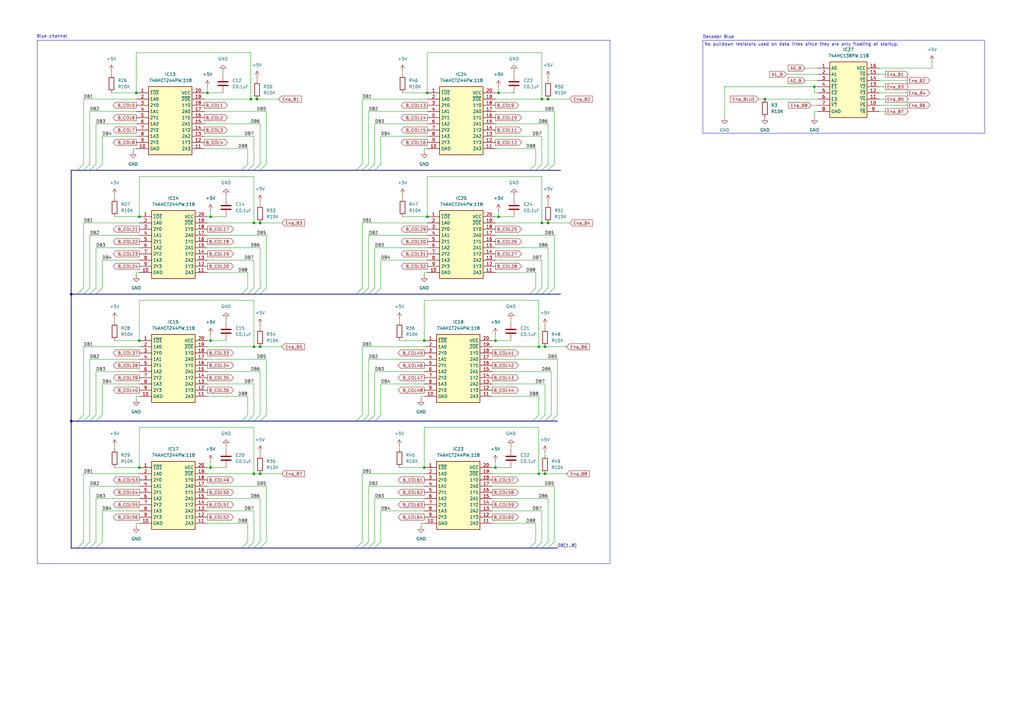
<source format=kicad_sch>
(kicad_sch (version 20250114) (generator "eeschema") (generator_version "9.0")
  (paper "A3")
  (title_block (title "8x8_Led_Cube") (rev "1") (company "Áuthor: Lars Molenschot"))
  (rectangle (start 15.24 16.51) (end 250.19 231.14))
  (rectangle (start 288.29 16.51) (end 403.86 54.61))
  (text "No pulldown resistors used on data lines since they are only floating at startup." (at 328.676 18.288 0) (effects (font (size 1.27 1.27))))
  (text "Blue channel" (at 21.336 14.986 0) (effects (font (size 1.27 1.27))))
  (text "Decoder Blue" (at 294.64 15.24 0) (effects (font (size 1.27 1.27))))
  (junction (at 175.26 38.1))
  (junction (at 173.99 191.77))
  (junction (at 173.99 139.7))
  (junction (at 220.98 194.31))
  (junction (at 85.09 38.1))
  (junction (at 57.15 191.77))
  (junction (at 224.79 40.64))
  (junction (at 86.36 191.77))
  (junction (at 203.2 139.7))
  (junction (at 222.25 91.44))
  (junction (at 104.14 91.44))
  (junction (at 313.69 40.64))
  (junction (at 334.01 35.56))
  (junction (at 223.52 194.31))
  (junction (at 57.15 139.7))
  (junction (at 104.14 194.31))
  (junction (at 223.52 142.24))
  (junction (at 29.21 172.72))
  (junction (at 106.68 142.24))
  (junction (at 105.41 40.64))
  (junction (at 29.21 120.65))
  (junction (at 175.26 88.9))
  (junction (at 106.68 194.31))
  (junction (at 204.47 88.9))
  (junction (at 224.79 91.44))
  (junction (at 86.36 139.7))
  (junction (at 86.36 88.9))
  (junction (at 55.88 38.1))
  (junction (at 104.14 142.24))
  (junction (at 57.15 88.9))
  (junction (at 220.98 142.24))
  (junction (at 203.2 191.77))
  (junction (at 222.25 40.64))
  (junction (at 106.68 91.44))
  (junction (at 102.87 40.64))
  (junction (at 204.47 38.1))
  (bus_entry (at 31.75 69.85) (size 2.54 -2.54))
  (bus_entry (at 146.05 120.65) (size 2.54 -2.54))
  (bus_entry (at 99.06 224.79) (size 2.54 -2.54))
  (bus_entry (at 153.67 69.85) (size 2.54 -2.54))
  (bus_entry (at 219.71 224.79) (size 2.54 -2.54))
  (bus_entry (at 153.67 120.65) (size 2.54 -2.54))
  (bus_entry (at 39.37 120.65) (size 2.54 -2.54))
  (bus_entry (at 31.75 120.65) (size 2.54 -2.54))
  (bus_entry (at 31.75 224.79) (size 2.54 -2.54))
  (bus_entry (at 217.17 224.79) (size 2.54 -2.54))
  (bus_entry (at 104.14 69.85) (size 2.54 -2.54))
  (bus_entry (at 106.68 69.85) (size 2.54 -2.54))
  (bus_entry (at 153.67 224.79) (size 2.54 -2.54))
  (bus_entry (at 146.05 224.79) (size 2.54 -2.54))
  (bus_entry (at 31.75 172.72) (size 2.54 -2.54))
  (bus_entry (at 146.05 172.72) (size 2.54 -2.54))
  (bus_entry (at 226.06 172.72) (size 2.54 -2.54))
  (bus_entry (at 219.71 69.85) (size 2.54 -2.54))
  (bus_entry (at 153.67 172.72) (size 2.54 -2.54))
  (bus_entry (at 34.29 172.72) (size 2.54 -2.54))
  (bus_entry (at 34.29 224.79) (size 2.54 -2.54))
  (bus_entry (at 101.6 120.65) (size 2.54 -2.54))
  (bus_entry (at 99.06 120.65) (size 2.54 -2.54))
  (bus_entry (at 36.83 172.72) (size 2.54 -2.54))
  (bus_entry (at 39.37 172.72) (size 2.54 -2.54))
  (bus_entry (at 36.83 69.85) (size 2.54 -2.54))
  (bus_entry (at 151.13 224.79) (size 2.54 -2.54))
  (bus_entry (at 148.59 69.85) (size 2.54 -2.54))
  (bus_entry (at 222.25 120.65) (size 2.54 -2.54))
  (bus_entry (at 99.06 69.85) (size 2.54 -2.54))
  (bus_entry (at 101.6 172.72) (size 2.54 -2.54))
  (bus_entry (at 36.83 120.65) (size 2.54 -2.54))
  (bus_entry (at 224.79 69.85) (size 2.54 -2.54))
  (bus_entry (at 223.52 172.72) (size 2.54 -2.54))
  (bus_entry (at 148.59 120.65) (size 2.54 -2.54))
  (bus_entry (at 151.13 120.65) (size 2.54 -2.54))
  (bus_entry (at 217.17 69.85) (size 2.54 -2.54))
  (bus_entry (at 106.68 172.72) (size 2.54 -2.54))
  (bus_entry (at 219.71 120.65) (size 2.54 -2.54))
  (bus_entry (at 151.13 172.72) (size 2.54 -2.54))
  (bus_entry (at 101.6 69.85) (size 2.54 -2.54))
  (bus_entry (at 224.79 120.65) (size 2.54 -2.54))
  (bus_entry (at 36.83 224.79) (size 2.54 -2.54))
  (bus_entry (at 104.14 172.72) (size 2.54 -2.54))
  (bus_entry (at 222.25 69.85) (size 2.54 -2.54))
  (bus_entry (at 106.68 120.65) (size 2.54 -2.54))
  (bus_entry (at 151.13 69.85) (size 2.54 -2.54))
  (bus_entry (at 104.14 120.65) (size 2.54 -2.54))
  (bus_entry (at 104.14 224.79) (size 2.54 -2.54))
  (bus_entry (at 218.44 172.72) (size 2.54 -2.54))
  (bus_entry (at 220.98 172.72) (size 2.54 -2.54))
  (bus_entry (at 146.05 69.85) (size 2.54 -2.54))
  (bus_entry (at 101.6 224.79) (size 2.54 -2.54))
  (bus_entry (at 99.06 172.72) (size 2.54 -2.54))
  (bus_entry (at 106.68 224.79) (size 2.54 -2.54))
  (bus_entry (at 34.29 120.65) (size 2.54 -2.54))
  (bus_entry (at 39.37 69.85) (size 2.54 -2.54))
  (bus_entry (at 224.79 224.79) (size 2.54 -2.54))
  (bus_entry (at 222.25 224.79) (size 2.54 -2.54))
  (bus_entry (at 39.37 224.79) (size 2.54 -2.54))
  (bus_entry (at 217.17 120.65) (size 2.54 -2.54))
  (bus_entry (at 34.29 69.85) (size 2.54 -2.54))
  (bus_entry (at 148.59 224.79) (size 2.54 -2.54))
  (bus_entry (at 148.59 172.72) (size 2.54 -2.54))
  (wire (pts (xy 175.26 21.59) (xy 175.26 38.1)))
  (wire (pts (xy 34.29 67.31) (xy 34.29 40.64)))
  (wire (pts (xy 148.59 40.64) (xy 175.26 40.64)))
  (bus (pts (xy 219.71 224.79) (xy 217.17 224.79)))
  (wire (pts (xy 165.1 80.01) (xy 165.1 81.28)))
  (wire (pts (xy 201.93 194.31) (xy 220.98 194.31)))
  (bus (pts (xy 146.05 224.79) (xy 106.68 224.79)))
  (wire (pts (xy 334.01 35.56) (xy 334.01 38.1)))
  (wire (pts (xy 39.37 204.47) (xy 57.15 204.47)))
  (wire (pts (xy 41.91 67.31) (xy 41.91 55.88)))
  (wire (pts (xy 220.98 142.24) (xy 223.52 142.24)))
  (wire (pts (xy 57.15 111.76) (xy 55.88 111.76)))
  (wire (pts (xy 104.14 209.55) (xy 104.14 222.25)))
  (wire (pts (xy 224.79 91.44) (xy 233.68 91.44)))
  (bus (pts (xy 106.68 224.79) (xy 104.14 224.79)))
  (wire (pts (xy 85.09 191.77) (xy 86.36 191.77)))
  (wire (pts (xy 330.2 27.94) (xy 335.28 27.94)))
  (wire (pts (xy 201.93 214.63) (xy 219.71 214.63)))
  (wire (pts (xy 151.13 199.39) (xy 173.99 199.39)))
  (bus (pts (xy 106.68 120.65) (xy 146.05 120.65)))
  (bus (pts (xy 104.14 120.65) (xy 106.68 120.65)))
  (bus (pts (xy 36.83 224.79) (xy 34.29 224.79)))
  (wire (pts (xy 222.25 106.68) (xy 222.25 118.11)))
  (wire (pts (xy 335.28 35.56) (xy 334.01 35.56)))
  (wire (pts (xy 109.22 147.32) (xy 109.22 170.18)))
  (wire (pts (xy 151.13 118.11) (xy 151.13 96.52)))
  (bus (pts (xy 36.83 69.85) (xy 39.37 69.85)))
  (wire (pts (xy 85.09 199.39) (xy 109.22 199.39)))
  (bus (pts (xy 219.71 120.65) (xy 222.25 120.65)))
  (wire (pts (xy 148.59 222.25) (xy 148.59 194.31)))
  (wire (pts (xy 360.68 45.72) (xy 363.22 45.72)))
  (wire (pts (xy 85.09 38.1) (xy 91.44 38.1)))
  (wire (pts (xy 220.98 194.31) (xy 223.52 194.31)))
  (wire (pts (xy 151.13 67.31) (xy 151.13 45.72)))
  (bus (pts (xy 34.29 172.72) (xy 36.83 172.72)))
  (wire (pts (xy 203.2 139.7) (xy 209.55 139.7)))
  (wire (pts (xy 209.55 184.15) (xy 209.55 182.88)))
  (wire (pts (xy 156.21 222.25) (xy 156.21 209.55)))
  (wire (pts (xy 34.29 222.25) (xy 34.29 194.31)))
  (bus (pts (xy 101.6 172.72) (xy 104.14 172.72)))
  (wire (pts (xy 201.93 142.24) (xy 220.98 142.24)))
  (wire (pts (xy 203.2 60.96) (xy 219.71 60.96)))
  (bus (pts (xy 226.06 172.72) (xy 228.6 172.72)))
  (bus (pts (xy 146.05 69.85) (xy 148.59 69.85)))
  (wire (pts (xy 153.67 170.18) (xy 153.67 152.4)))
  (wire (pts (xy 55.88 60.96) (xy 54.61 60.96)))
  (wire (pts (xy 165.1 38.1) (xy 175.26 38.1)))
  (wire (pts (xy 45.72 38.1) (xy 55.88 38.1)))
  (wire (pts (xy 322.58 30.48) (xy 335.28 30.48)))
  (bus (pts (xy 36.83 172.72) (xy 39.37 172.72)))
  (bus (pts (xy 153.67 69.85) (xy 217.17 69.85)))
  (wire (pts (xy 175.26 60.96) (xy 173.99 60.96)))
  (wire (pts (xy 360.68 35.56) (xy 363.22 35.56)))
  (wire (pts (xy 109.22 96.52) (xy 109.22 118.11)))
  (wire (pts (xy 41.91 209.55) (xy 57.15 209.55)))
  (bus (pts (xy 223.52 172.72) (xy 226.06 172.72)))
  (wire (pts (xy 104.14 175.26) (xy 57.15 175.26)))
  (wire (pts (xy 153.67 50.8) (xy 175.26 50.8)))
  (wire (pts (xy 46.99 182.88) (xy 46.99 184.15)))
  (bus (pts (xy 151.13 69.85) (xy 153.67 69.85)))
  (wire (pts (xy 219.71 111.76) (xy 219.71 118.11)))
  (wire (pts (xy 106.68 67.31) (xy 106.68 50.8)))
  (wire (pts (xy 104.14 142.24) (xy 104.14 123.19)))
  (wire (pts (xy 104.14 67.31) (xy 104.14 55.88)))
  (wire (pts (xy 173.99 175.26) (xy 173.99 191.77)))
  (wire (pts (xy 204.47 38.1) (xy 210.82 38.1)))
  (wire (pts (xy 109.22 67.31) (xy 109.22 45.72)))
  (wire (pts (xy 156.21 67.31) (xy 156.21 55.88)))
  (bus (pts (xy 151.13 224.79) (xy 148.59 224.79)))
  (wire (pts (xy 224.79 82.55) (xy 224.79 83.82)))
  (wire (pts (xy 222.25 209.55) (xy 201.93 209.55)))
  (wire (pts (xy 105.41 31.75) (xy 105.41 33.02)))
  (wire (pts (xy 203.2 96.52) (xy 227.33 96.52)))
  (wire (pts (xy 224.79 50.8) (xy 224.79 67.31)))
  (bus (pts (xy 101.6 224.79) (xy 99.06 224.79)))
  (wire (pts (xy 173.99 111.76) (xy 173.99 113.03)))
  (wire (pts (xy 156.21 170.18) (xy 156.21 157.48)))
  (bus (pts (xy 224.79 120.65) (xy 229.87 120.65)))
  (bus (pts (xy 217.17 224.79) (xy 153.67 224.79)))
  (wire (pts (xy 104.14 123.19) (xy 57.15 123.19)))
  (wire (pts (xy 201.93 139.7) (xy 203.2 139.7)))
  (bus (pts (xy 220.98 172.72) (xy 223.52 172.72)))
  (wire (pts (xy 204.47 86.36) (xy 204.47 88.9)))
  (wire (pts (xy 382.27 25.4) (xy 382.27 27.94)))
  (wire (pts (xy 39.37 101.6) (xy 57.15 101.6)))
  (wire (pts (xy 360.68 30.48) (xy 363.22 30.48)))
  (wire (pts (xy 104.14 194.31) (xy 104.14 175.26)))
  (bus (pts (xy 148.59 224.79) (xy 146.05 224.79)))
  (wire (pts (xy 85.09 209.55) (xy 104.14 209.55)))
  (wire (pts (xy 55.88 111.76) (xy 55.88 113.03)))
  (wire (pts (xy 85.09 162.56) (xy 101.6 162.56)))
  (wire (pts (xy 41.91 170.18) (xy 41.91 157.48)))
  (wire (pts (xy 85.09 101.6) (xy 106.68 101.6)))
  (wire (pts (xy 222.25 67.31) (xy 222.25 55.88)))
  (wire (pts (xy 173.99 214.63) (xy 172.72 214.63)))
  (wire (pts (xy 55.88 214.63) (xy 55.88 215.9)))
  (wire (pts (xy 210.82 81.28) (xy 210.82 80.01)))
  (wire (pts (xy 86.36 139.7) (xy 92.71 139.7)))
  (wire (pts (xy 102.87 21.59) (xy 55.88 21.59)))
  (wire (pts (xy 360.68 43.18) (xy 372.11 43.18)))
  (wire (pts (xy 85.09 139.7) (xy 86.36 139.7)))
  (wire (pts (xy 57.15 214.63) (xy 55.88 214.63)))
  (wire (pts (xy 104.14 157.48) (xy 104.14 170.18)))
  (wire (pts (xy 330.2 33.02) (xy 335.28 33.02)))
  (bus (pts (xy 224.79 69.85) (xy 229.87 69.85)))
  (wire (pts (xy 83.82 50.8) (xy 106.68 50.8)))
  (wire (pts (xy 57.15 123.19) (xy 57.15 139.7)))
  (wire (pts (xy 39.37 101.6) (xy 39.37 118.11)))
  (bus (pts (xy 146.05 172.72) (xy 148.59 172.72)))
  (wire (pts (xy 156.21 209.55) (xy 173.99 209.55)))
  (wire (pts (xy 204.47 88.9) (xy 210.82 88.9)))
  (bus (pts (xy 153.67 120.65) (xy 217.17 120.65)))
  (wire (pts (xy 85.09 91.44) (xy 104.14 91.44)))
  (wire (pts (xy 83.82 45.72) (xy 109.22 45.72)))
  (wire (pts (xy 148.59 194.31) (xy 173.99 194.31)))
  (wire (pts (xy 101.6 214.63) (xy 101.6 222.25)))
  (wire (pts (xy 203.2 111.76) (xy 219.71 111.76)))
  (wire (pts (xy 102.87 40.64) (xy 105.41 40.64)))
  (wire (pts (xy 34.29 40.64) (xy 55.88 40.64)))
  (wire (pts (xy 85.09 214.63) (xy 101.6 214.63)))
  (wire (pts (xy 219.71 214.63) (xy 219.71 222.25)))
  (wire (pts (xy 55.88 162.56) (xy 55.88 163.83)))
  (wire (pts (xy 85.09 106.68) (xy 104.14 106.68)))
  (bus (pts (xy 153.67 172.72) (xy 218.44 172.72)))
  (wire (pts (xy 106.68 152.4) (xy 106.68 170.18)))
  (bus (pts (xy 39.37 120.65) (xy 99.06 120.65)))
  (wire (pts (xy 222.25 40.64) (xy 224.79 40.64)))
  (wire (pts (xy 85.09 157.48) (xy 104.14 157.48)))
  (wire (pts (xy 57.15 162.56) (xy 55.88 162.56)))
  (wire (pts (xy 227.33 96.52) (xy 227.33 118.11)))
  (bus (pts (xy 219.71 69.85) (xy 222.25 69.85)))
  (wire (pts (xy 104.14 194.31) (xy 106.68 194.31)))
  (wire (pts (xy 104.14 91.44) (xy 104.14 72.39)))
  (bus (pts (xy 217.17 120.65) (xy 219.71 120.65)))
  (wire (pts (xy 36.83 170.18) (xy 36.83 147.32)))
  (wire (pts (xy 34.29 91.44) (xy 57.15 91.44)))
  (bus (pts (xy 29.21 224.79) (xy 29.21 172.72)))
  (bus (pts (xy 148.59 172.72) (xy 151.13 172.72)))
  (bus (pts (xy 151.13 120.65) (xy 153.67 120.65)))
  (bus (pts (xy 29.21 172.72) (xy 31.75 172.72)))
  (bus (pts (xy 217.17 69.85) (xy 219.71 69.85)))
  (bus (pts (xy 31.75 120.65) (xy 34.29 120.65)))
  (wire (pts (xy 226.06 152.4) (xy 226.06 170.18)))
  (wire (pts (xy 45.72 29.21) (xy 45.72 30.48)))
  (bus (pts (xy 99.06 69.85) (xy 101.6 69.85)))
  (bus (pts (xy 99.06 120.65) (xy 101.6 120.65)))
  (wire (pts (xy 106.68 204.47) (xy 106.68 222.25)))
  (wire (pts (xy 46.99 139.7) (xy 57.15 139.7)))
  (wire (pts (xy 203.2 38.1) (xy 204.47 38.1)))
  (wire (pts (xy 106.68 82.55) (xy 106.68 83.82)))
  (wire (pts (xy 39.37 170.18) (xy 39.37 152.4)))
  (wire (pts (xy 204.47 35.56) (xy 204.47 38.1)))
  (wire (pts (xy 85.09 204.47) (xy 106.68 204.47)))
  (wire (pts (xy 41.91 106.68) (xy 57.15 106.68)))
  (bus (pts (xy 39.37 172.72) (xy 99.06 172.72)))
  (wire (pts (xy 222.25 222.25) (xy 222.25 209.55)))
  (wire (pts (xy 85.09 152.4) (xy 106.68 152.4)))
  (wire (pts (xy 41.91 106.68) (xy 41.91 118.11)))
  (wire (pts (xy 203.2 40.64) (xy 222.25 40.64)))
  (wire (pts (xy 165.1 29.21) (xy 165.1 30.48)))
  (wire (pts (xy 104.14 142.24) (xy 106.68 142.24)))
  (bus (pts (xy 99.06 172.72) (xy 101.6 172.72)))
  (wire (pts (xy 39.37 67.31) (xy 39.37 50.8)))
  (wire (pts (xy 153.67 67.31) (xy 153.67 50.8)))
  (bus (pts (xy 39.37 224.79) (xy 36.83 224.79)))
  (bus (pts (xy 34.29 69.85) (xy 36.83 69.85)))
  (bus (pts (xy 106.68 69.85) (xy 146.05 69.85)))
  (wire (pts (xy 86.36 86.36) (xy 86.36 88.9)))
  (wire (pts (xy 297.18 35.56) (xy 334.01 35.56)))
  (wire (pts (xy 156.21 118.11) (xy 156.21 106.68)))
  (wire (pts (xy 101.6 67.31) (xy 101.6 60.96)))
  (wire (pts (xy 83.82 60.96) (xy 101.6 60.96)))
  (bus (pts (xy 104.14 69.85) (xy 106.68 69.85)))
  (wire (pts (xy 175.26 72.39) (xy 175.26 88.9)))
  (wire (pts (xy 203.2 45.72) (xy 227.33 45.72)))
  (wire (pts (xy 153.67 222.25) (xy 153.67 204.47)))
  (wire (pts (xy 36.83 147.32) (xy 57.15 147.32)))
  (wire (pts (xy 224.79 101.6) (xy 224.79 118.11)))
  (bus (pts (xy 29.21 120.65) (xy 31.75 120.65)))
  (wire (pts (xy 163.83 139.7) (xy 173.99 139.7)))
  (wire (pts (xy 109.22 199.39) (xy 109.22 222.25)))
  (wire (pts (xy 85.09 111.76) (xy 101.6 111.76)))
  (wire (pts (xy 224.79 40.64) (xy 233.68 40.64)))
  (wire (pts (xy 106.68 133.35) (xy 106.68 134.62)))
  (wire (pts (xy 102.87 40.64) (xy 102.87 21.59)))
  (wire (pts (xy 153.67 152.4) (xy 173.99 152.4)))
  (wire (pts (xy 360.68 33.02) (xy 372.11 33.02)))
  (wire (pts (xy 335.28 45.72) (xy 334.01 45.72)))
  (wire (pts (xy 46.99 130.81) (xy 46.99 132.08)))
  (wire (pts (xy 57.15 72.39) (xy 57.15 88.9)))
  (wire (pts (xy 224.79 31.75) (xy 224.79 33.02)))
  (wire (pts (xy 165.1 88.9) (xy 175.26 88.9)))
  (wire (pts (xy 311.15 40.64) (xy 313.69 40.64)))
  (wire (pts (xy 91.44 30.48) (xy 91.44 29.21)))
  (wire (pts (xy 210.82 30.48) (xy 210.82 29.21)))
  (wire (pts (xy 360.68 38.1) (xy 372.11 38.1)))
  (wire (pts (xy 101.6 162.56) (xy 101.6 170.18)))
  (wire (pts (xy 201.93 191.77) (xy 203.2 191.77)))
  (wire (pts (xy 222.25 55.88) (xy 203.2 55.88)))
  (wire (pts (xy 201.93 157.48) (xy 223.52 157.48)))
  (wire (pts (xy 106.68 91.44) (xy 115.57 91.44)))
  (wire (pts (xy 223.52 185.42) (xy 223.52 186.69)))
  (wire (pts (xy 203.2 191.77) (xy 209.55 191.77)))
  (wire (pts (xy 223.52 194.31) (xy 232.41 194.31)))
  (wire (pts (xy 156.21 106.68) (xy 175.26 106.68)))
  (wire (pts (xy 153.67 204.47) (xy 173.99 204.47)))
  (wire (pts (xy 223.52 157.48) (xy 223.52 170.18)))
  (wire (pts (xy 156.21 157.48) (xy 173.99 157.48)))
  (wire (pts (xy 222.25 91.44) (xy 224.79 91.44)))
  (wire (pts (xy 39.37 50.8) (xy 55.88 50.8)))
  (bus (pts (xy 31.75 172.72) (xy 34.29 172.72)))
  (bus (pts (xy 31.75 224.79) (xy 29.21 224.79)))
  (wire (pts (xy 228.6 147.32) (xy 228.6 170.18)))
  (wire (pts (xy 201.93 204.47) (xy 224.79 204.47)))
  (wire (pts (xy 220.98 175.26) (xy 173.99 175.26)))
  (wire (pts (xy 172.72 214.63) (xy 172.72 215.9)))
  (bus (pts (xy 106.68 172.72) (xy 146.05 172.72)))
  (wire (pts (xy 297.18 48.26) (xy 297.18 35.56)))
  (wire (pts (xy 148.59 118.11) (xy 148.59 91.44)))
  (wire (pts (xy 54.61 60.96) (xy 54.61 62.23)))
  (wire (pts (xy 360.68 40.64) (xy 363.22 40.64)))
  (wire (pts (xy 46.99 88.9) (xy 57.15 88.9)))
  (wire (pts (xy 85.09 142.24) (xy 104.14 142.24)))
  (wire (pts (xy 55.88 21.59) (xy 55.88 38.1)))
  (wire (pts (xy 334.01 45.72) (xy 334.01 48.26)))
  (wire (pts (xy 92.71 81.28) (xy 92.71 80.01)))
  (wire (pts (xy 227.33 45.72) (xy 227.33 67.31)))
  (wire (pts (xy 313.69 40.64) (xy 335.28 40.64)))
  (wire (pts (xy 83.82 38.1) (xy 85.09 38.1)))
  (bus (pts (xy 222.25 120.65) (xy 224.79 120.65)))
  (wire (pts (xy 220.98 142.24) (xy 220.98 123.19)))
  (wire (pts (xy 86.36 191.77) (xy 92.71 191.77)))
  (wire (pts (xy 220.98 194.31) (xy 220.98 175.26)))
  (wire (pts (xy 41.91 157.48) (xy 57.15 157.48)))
  (wire (pts (xy 222.25 40.64) (xy 222.25 21.59)))
  (wire (pts (xy 223.52 142.24) (xy 232.41 142.24)))
  (wire (pts (xy 173.99 123.19) (xy 173.99 139.7)))
  (bus (pts (xy 146.05 120.65) (xy 148.59 120.65)))
  (bus (pts (xy 29.21 172.72) (xy 29.21 120.65)))
  (bus (pts (xy 29.21 120.65) (xy 29.21 69.85)))
  (wire (pts (xy 104.14 106.68) (xy 104.14 118.11)))
  (wire (pts (xy 153.67 101.6) (xy 175.26 101.6)))
  (wire (pts (xy 223.52 133.35) (xy 223.52 134.62)))
  (wire (pts (xy 83.82 55.88) (xy 104.14 55.88)))
  (wire (pts (xy 151.13 147.32) (xy 173.99 147.32)))
  (wire (pts (xy 148.59 142.24) (xy 173.99 142.24)))
  (wire (pts (xy 46.99 191.77) (xy 57.15 191.77)))
  (wire (pts (xy 36.83 96.52) (xy 57.15 96.52)))
  (wire (pts (xy 34.29 170.18) (xy 34.29 142.24)))
  (wire (pts (xy 85.09 96.52) (xy 109.22 96.52)))
  (wire (pts (xy 201.93 147.32) (xy 228.6 147.32)))
  (bus (pts (xy 101.6 120.65) (xy 104.14 120.65)))
  (bus (pts (xy 148.59 120.65) (xy 151.13 120.65)))
  (wire (pts (xy 106.68 142.24) (xy 115.57 142.24)))
  (wire (pts (xy 106.68 185.42) (xy 106.68 186.69)))
  (bus (pts (xy 104.14 172.72) (xy 106.68 172.72)))
  (wire (pts (xy 92.71 132.08) (xy 92.71 130.81)))
  (wire (pts (xy 105.41 40.64) (xy 114.3 40.64)))
  (bus (pts (xy 224.79 224.79) (xy 222.25 224.79)))
  (bus (pts (xy 31.75 69.85) (xy 34.29 69.85)))
  (wire (pts (xy 104.14 72.39) (xy 57.15 72.39)))
  (wire (pts (xy 203.2 101.6) (xy 224.79 101.6)))
  (bus (pts (xy 153.67 224.79) (xy 151.13 224.79)))
  (wire (pts (xy 203.2 91.44) (xy 222.25 91.44)))
  (bus (pts (xy 99.06 224.79) (xy 39.37 224.79)))
  (wire (pts (xy 46.99 80.01) (xy 46.99 81.28)))
  (wire (pts (xy 334.01 38.1) (xy 335.28 38.1)))
  (wire (pts (xy 203.2 189.23) (xy 203.2 191.77)))
  (wire (pts (xy 34.29 118.11) (xy 34.29 91.44)))
  (wire (pts (xy 332.74 43.18) (xy 335.28 43.18)))
  (wire (pts (xy 151.13 96.52) (xy 175.26 96.52)))
  (wire (pts (xy 382.27 27.94) (xy 360.68 27.94)))
  (bus (pts (xy 222.25 69.85) (xy 224.79 69.85)))
  (wire (pts (xy 153.67 118.11) (xy 153.67 101.6)))
  (wire (pts (xy 34.29 194.31) (xy 57.15 194.31)))
  (wire (pts (xy 101.6 111.76) (xy 101.6 118.11)))
  (wire (pts (xy 203.2 137.16) (xy 203.2 139.7)))
  (wire (pts (xy 209.55 132.08) (xy 209.55 130.81)))
  (wire (pts (xy 36.83 45.72) (xy 55.88 45.72)))
  (bus (pts (xy 29.21 69.85) (xy 31.75 69.85)))
  (bus (pts (xy 34.29 120.65) (xy 36.83 120.65)))
  (wire (pts (xy 222.25 72.39) (xy 175.26 72.39)))
  (bus (pts (xy 34.29 224.79) (xy 31.75 224.79)))
  (wire (pts (xy 163.83 182.88) (xy 163.83 184.15)))
  (wire (pts (xy 57.15 175.26) (xy 57.15 191.77)))
  (wire (pts (xy 220.98 162.56) (xy 220.98 170.18)))
  (wire (pts (xy 173.99 162.56) (xy 172.72 162.56)))
  (wire (pts (xy 41.91 222.25) (xy 41.91 209.55)))
  (wire (pts (xy 163.83 130.81) (xy 163.83 132.08)))
  (wire (pts (xy 201.93 152.4) (xy 226.06 152.4)))
  (wire (pts (xy 104.14 91.44) (xy 106.68 91.44)))
  (wire (pts (xy 106.68 101.6) (xy 106.68 118.11)))
  (wire (pts (xy 36.83 118.11) (xy 36.83 96.52)))
  (bus (pts (xy 222.25 224.79) (xy 219.71 224.79)))
  (wire (pts (xy 222.25 21.59) (xy 175.26 21.59)))
  (wire (pts (xy 224.79 204.47) (xy 224.79 222.25)))
  (bus (pts (xy 101.6 69.85) (xy 104.14 69.85)))
  (wire (pts (xy 86.36 189.23) (xy 86.36 191.77)))
  (wire (pts (xy 148.59 91.44) (xy 175.26 91.44)))
  (wire (pts (xy 86.36 88.9) (xy 92.71 88.9)))
  (bus (pts (xy 218.44 172.72) (xy 220.98 172.72)))
  (wire (pts (xy 39.37 152.4) (xy 57.15 152.4)))
  (wire (pts (xy 220.98 123.19) (xy 173.99 123.19)))
  (wire (pts (xy 36.83 222.25) (xy 36.83 199.39)))
  (wire (pts (xy 34.29 142.24) (xy 57.15 142.24)))
  (bus (pts (xy 151.13 172.72) (xy 153.67 172.72)))
  (wire (pts (xy 41.91 55.88) (xy 55.88 55.88)))
  (wire (pts (xy 85.09 35.56) (xy 85.09 38.1)))
  (wire (pts (xy 36.83 67.31) (xy 36.83 45.72)))
  (wire (pts (xy 227.33 199.39) (xy 201.93 199.39)))
  (wire (pts (xy 173.99 60.96) (xy 173.99 62.23)))
  (wire (pts (xy 92.71 184.15) (xy 92.71 182.88)))
  (wire (pts (xy 36.83 199.39) (xy 57.15 199.39)))
  (wire (pts (xy 222.25 91.44) (xy 222.25 72.39)))
  (wire (pts (xy 83.82 40.64) (xy 102.87 40.64)))
  (wire (pts (xy 201.93 162.56) (xy 220.98 162.56)))
  (wire (pts (xy 151.13 45.72) (xy 175.26 45.72)))
  (wire (pts (xy 163.83 191.77) (xy 173.99 191.77)))
  (wire (pts (xy 151.13 222.25) (xy 151.13 199.39)))
  (wire (pts (xy 85.09 147.32) (xy 109.22 147.32)))
  (wire (pts (xy 148.59 67.31) (xy 148.59 40.64)))
  (wire (pts (xy 203.2 88.9) (xy 204.47 88.9)))
  (wire (pts (xy 227.33 222.25) (xy 227.33 199.39)))
  (wire (pts (xy 39.37 222.25) (xy 39.37 204.47)))
  (wire (pts (xy 86.36 137.16) (xy 86.36 139.7)))
  (bus (pts (xy 148.59 69.85) (xy 151.13 69.85)))
  (wire (pts (xy 175.26 111.76) (xy 173.99 111.76)))
  (bus (pts (xy 228.6 224.79) (xy 224.79 224.79)))
  (wire (pts (xy 148.59 170.18) (xy 148.59 142.24)))
  (wire (pts (xy 203.2 106.68) (xy 222.25 106.68)))
  (wire (pts (xy 219.71 60.96) (xy 219.71 67.31)))
  (wire (pts (xy 85.09 88.9) (xy 86.36 88.9)))
  (wire (pts (xy 172.72 162.56) (xy 172.72 163.83)))
  (wire (pts (xy 151.13 170.18) (xy 151.13 147.32)))
  (wire (pts (xy 156.21 55.88) (xy 175.26 55.88)))
  (bus (pts (xy 36.83 120.65) (xy 39.37 120.65)))
  (bus (pts (xy 104.14 224.79) (xy 101.6 224.79)))
  (bus (pts (xy 39.37 69.85) (xy 99.06 69.85)))
  (wire (pts (xy 106.68 194.31) (xy 115.57 194.31)))
  (wire (pts (xy 203.2 50.8) (xy 224.79 50.8)))
  (wire (pts (xy 85.09 194.31) (xy 104.14 194.31)))
  (label "DB5" (at 109.22 96.52 180))
  (label "DB7" (at 104.14 209.55 180))
  (label "DB8" (at 101.6 60.96 180))
  (label "DB4" (at 156.21 157.48 0))
  (label "DB5" (at 227.33 45.72 180))
  (label "DB1" (at 34.29 194.31 0))
  (label "DB2" (at 36.83 96.52 0))
  (label "DB8" (at 101.6 162.56 180))
  (label "DB5" (at 227.33 199.39 180))
  (label "DB7" (at 222.25 55.88 180))
  (label "DB5" (at 109.22 199.39 180))
  (label "DB8" (at 219.71 111.76 180))
  (label "DB6" (at 106.68 50.8 180))
  (label "DB1" (at 148.59 194.31 0))
  (label "DB4" (at 41.91 106.68 0))
  (label "DB3" (at 153.67 204.47 0))
  (label "DB3" (at 153.67 101.6 0))
  (label "DB2" (at 151.13 147.32 0))
  (label "DB1" (at 34.29 91.44 0))
  (label "DB4" (at 41.91 55.88 0))
  (label "DB3" (at 153.67 50.8 0))
  (label "DB8" (at 219.71 60.96 180))
  (label "DB1" (at 34.29 40.64 0))
  (label "DB6" (at 224.79 204.47 180))
  (label "DB1" (at 148.59 40.64 0))
  (label "DB7" (at 104.14 55.88 180))
  (label "DB6" (at 106.68 152.4 180))
  (label "DB7" (at 222.25 106.68 180))
  (label "DB7" (at 222.25 209.55 180))
  (label "DB1" (at 148.59 91.44 0))
  (label "DB[1..8]" (at 228.6 224.79 0))
  (label "DB8" (at 101.6 214.63 180))
  (label "DB5" (at 227.33 96.52 180))
  (label "DB5" (at 109.22 45.72 180))
  (label "DB2" (at 36.83 199.39 0))
  (label "DB2" (at 151.13 96.52 0))
  (label "DB4" (at 156.21 209.55 0))
  (label "DB8" (at 220.98 162.56 180))
  (label "DB2" (at 151.13 199.39 0))
  (label "DB3" (at 39.37 152.4 0))
  (label "DB8" (at 101.6 111.76 180))
  (label "DB5" (at 109.22 147.32 180))
  (label "DB6" (at 106.68 204.47 180))
  (label "DB4" (at 41.91 209.55 0))
  (label "DB8" (at 219.71 214.63 180))
  (label "DB6" (at 224.79 101.6 180))
  (label "DB5" (at 228.6 147.32 180))
  (label "DB6" (at 106.68 101.6 180))
  (label "DB1" (at 148.59 142.24 0))
  (label "DB7" (at 104.14 157.48 180))
  (label "DB4" (at 156.21 55.88 0))
  (label "DB7" (at 104.14 106.68 180))
  (label "DB3" (at 153.67 152.4 0))
  (label "DB2" (at 151.13 45.72 0))
  (label "DB2" (at 36.83 45.72 0))
  (label "DB3" (at 39.37 101.6 0))
  (label "DB4" (at 156.21 106.68 0))
  (label "DB4" (at 41.91 157.48 0))
  (label "DB2" (at 36.83 147.32 0))
  (label "DB7" (at 223.52 157.48 180))
  (label "DB1" (at 34.29 142.24 0))
  (label "DB6" (at 226.06 152.4 180))
  (label "DB6" (at 224.79 50.8 180))
  (label "DB3" (at 39.37 50.8 0))
  (label "DB3" (at 39.37 204.47 0))
  (global_label "B_COL14" (shape output) (at 175.26 48.26 180) (property "Intersheetrefs" "${INTERSHEET_REFS}" (effects (hide yes))))
  (global_label "B_COL35" (shape output) (at 85.09 154.94 0) (property "Intersheetrefs" "${INTERSHEET_REFS}" (effects (hide yes))))
  (global_label "B_COL23" (shape output) (at 57.15 104.14 180) (property "Intersheetrefs" "${INTERSHEET_REFS}" (effects (hide yes))))
  (global_label "Ena_BLUE" (shape input) (at 311.15 40.64 180) (property "Intersheetrefs" "${INTERSHEET_REFS}" (effects (hide yes))))
  (global_label "Ena_B4" (shape input) (at 233.68 91.44 0) (property "Intersheetrefs" "${INTERSHEET_REFS}" (effects (hide yes))))
  (global_label "B_COL29" (shape output) (at 175.26 93.98 180) (property "Intersheetrefs" "${INTERSHEET_REFS}" (effects (hide yes))))
  (global_label "Ena_B8" (shape input) (at 232.41 194.31 0) (property "Intersheetrefs" "${INTERSHEET_REFS}" (effects (hide yes))))
  (global_label "B_COL56" (shape output) (at 57.15 212.09 180) (property "Intersheetrefs" "${INTERSHEET_REFS}" (effects (hide yes))))
  (global_label "B_COL15" (shape output) (at 175.26 53.34 180) (property "Intersheetrefs" "${INTERSHEET_REFS}" (effects (hide yes))))
  (global_label "B_COL36" (shape output) (at 85.09 160.02 0) (property "Intersheetrefs" "${INTERSHEET_REFS}" (effects (hide yes))))
  (global_label "B_COL39" (shape output) (at 57.15 154.94 180) (property "Intersheetrefs" "${INTERSHEET_REFS}" (effects (hide yes))))
  (global_label "B_COL25" (shape output) (at 203.2 93.98 0) (property "Intersheetrefs" "${INTERSHEET_REFS}" (effects (hide yes))))
  (global_label "A1_B" (shape input) (at 322.58 30.48 180) (property "Intersheetrefs" "${INTERSHEET_REFS}" (effects (hide yes))))
  (global_label "B_COL26" (shape output) (at 203.2 99.06 0) (property "Intersheetrefs" "${INTERSHEET_REFS}" (effects (hide yes))))
  (global_label "B_COL6" (shape output) (at 55.88 48.26 180) (property "Intersheetrefs" "${INTERSHEET_REFS}" (effects (hide yes))))
  (global_label "B_COL37" (shape output) (at 57.15 144.78 180) (property "Intersheetrefs" "${INTERSHEET_REFS}" (effects (hide yes))))
  (global_label "B_COL43" (shape output) (at 201.93 154.94 0) (property "Intersheetrefs" "${INTERSHEET_REFS}" (effects (hide yes))))
  (global_label "B_COL27" (shape output) (at 203.2 104.14 0) (property "Intersheetrefs" "${INTERSHEET_REFS}" (effects (hide yes))))
  (global_label "B_COL61" (shape output) (at 173.99 196.85 180) (property "Intersheetrefs" "${INTERSHEET_REFS}" (effects (hide yes))))
  (global_label "Ena_B6" (shape input) (at 232.41 142.24 0) (property "Intersheetrefs" "${INTERSHEET_REFS}" (effects (hide yes))))
  (global_label "Ena_B7" (shape output) (at 363.22 45.72 0) (property "Intersheetrefs" "${INTERSHEET_REFS}" (effects (hide yes))))
  (global_label "B_COL10" (shape output) (at 203.2 48.26 0) (property "Intersheetrefs" "${INTERSHEET_REFS}" (effects (hide yes))))
  (global_label "B_COL57" (shape output) (at 201.93 196.85 0) (property "Intersheetrefs" "${INTERSHEET_REFS}" (effects (hide yes))))
  (global_label "B_COL17" (shape output) (at 85.09 93.98 0) (property "Intersheetrefs" "${INTERSHEET_REFS}" (effects (hide yes))))
  (global_label "B_COL44" (shape output) (at 201.93 160.02 0) (property "Intersheetrefs" "${INTERSHEET_REFS}" (effects (hide yes))))
  (global_label "B_COL9" (shape output) (at 203.2 43.18 0) (property "Intersheetrefs" "${INTERSHEET_REFS}" (effects (hide yes))))
  (global_label "B_COL48" (shape output) (at 173.99 160.02 180) (property "Intersheetrefs" "${INTERSHEET_REFS}" (effects (hide yes))))
  (global_label "Ena_B2" (shape input) (at 233.68 40.64 0) (property "Intersheetrefs" "${INTERSHEET_REFS}" (effects (hide yes))))
  (global_label "B_COL13" (shape output) (at 175.26 43.18 180) (property "Intersheetrefs" "${INTERSHEET_REFS}" (effects (hide yes))))
  (global_label "B_COL58" (shape output) (at 201.93 201.93 0) (property "Intersheetrefs" "${INTERSHEET_REFS}" (effects (hide yes))))
  (global_label "B_COL54" (shape output) (at 57.15 201.93 180) (property "Intersheetrefs" "${INTERSHEET_REFS}" (effects (hide yes))))
  (global_label "B_COL18" (shape output) (at 85.09 99.06 0) (property "Intersheetrefs" "${INTERSHEET_REFS}" (effects (hide yes))))
  (global_label "B_COL60" (shape output) (at 201.93 212.09 0) (property "Intersheetrefs" "${INTERSHEET_REFS}" (effects (hide yes))))
  (global_label "Ena_B1" (shape input) (at 114.3 40.64 0) (property "Intersheetrefs" "${INTERSHEET_REFS}" (effects (hide yes))))
  (global_label "B_COL7" (shape output) (at 55.88 53.34 180) (property "Intersheetrefs" "${INTERSHEET_REFS}" (effects (hide yes))))
  (global_label "B_COL22" (shape output) (at 57.15 99.06 180) (property "Intersheetrefs" "${INTERSHEET_REFS}" (effects (hide yes))))
  (global_label "Ena_B1" (shape output) (at 363.22 30.48 0) (property "Intersheetrefs" "${INTERSHEET_REFS}" (effects (hide yes))))
  (global_label "A0_B" (shape input) (at 330.2 27.94 180) (property "Intersheetrefs" "${INTERSHEET_REFS}" (effects (hide yes))))
  (global_label "B_COL38" (shape output) (at 57.15 149.86 180) (property "Intersheetrefs" "${INTERSHEET_REFS}" (effects (hide yes))))
  (global_label "B_COL16" (shape output) (at 175.26 58.42 180) (property "Intersheetrefs" "${INTERSHEET_REFS}" (effects (hide yes))))
  (global_label "B_COL24" (shape output) (at 57.15 109.22 180) (property "Intersheetrefs" "${INTERSHEET_REFS}" (effects (hide yes))))
  (global_label "Ena_B5" (shape output) (at 363.22 40.64 0) (property "Intersheetrefs" "${INTERSHEET_REFS}" (effects (hide yes))))
  (global_label "Ena_B7" (shape input) (at 115.57 194.31 0) (property "Intersheetrefs" "${INTERSHEET_REFS}" (effects (hide yes))))
  (global_label "Ena_B4" (shape output) (at 372.11 38.1 0) (property "Intersheetrefs" "${INTERSHEET_REFS}" (effects (hide yes))))
  (global_label "B_COL62" (shape output) (at 173.99 201.93 180) (property "Intersheetrefs" "${INTERSHEET_REFS}" (effects (hide yes))))
  (global_label "B_COL55" (shape output) (at 57.15 207.01 180) (property "Intersheetrefs" "${INTERSHEET_REFS}" (effects (hide yes))))
  (global_label "A2_B" (shape input) (at 330.2 33.02 180) (property "Intersheetrefs" "${INTERSHEET_REFS}" (effects (hide yes))))
  (global_label "B_COL40" (shape output) (at 57.15 160.02 180) (property "Intersheetrefs" "${INTERSHEET_REFS}" (effects (hide yes))))
  (global_label "B_COL31" (shape output) (at 175.26 104.14 180) (property "Intersheetrefs" "${INTERSHEET_REFS}" (effects (hide yes))))
  (global_label "B_COL3" (shape output) (at 83.82 53.34 0) (property "Intersheetrefs" "${INTERSHEET_REFS}" (effects (hide yes))))
  (global_label "B_COL19" (shape output) (at 85.09 104.14 0) (property "Intersheetrefs" "${INTERSHEET_REFS}" (effects (hide yes))))
  (global_label "B_COL21" (shape output) (at 57.15 93.98 180) (property "Intersheetrefs" "${INTERSHEET_REFS}" (effects (hide yes))))
  (global_label "B_COL8" (shape output) (at 55.88 58.42 180) (property "Intersheetrefs" "${INTERSHEET_REFS}" (effects (hide yes))))
  (global_label "Ena_B8" (shape input) (at 332.74 43.18 180) (property "Intersheetrefs" "${INTERSHEET_REFS}" (effects (hide yes))))
  (global_label "B_COL12" (shape output) (at 203.2 58.42 0) (property "Intersheetrefs" "${INTERSHEET_REFS}" (effects (hide yes))))
  (global_label "B_COL41" (shape output) (at 201.93 144.78 0) (property "Intersheetrefs" "${INTERSHEET_REFS}" (effects (hide yes))))
  (global_label "B_COL46" (shape output) (at 173.99 149.86 180) (property "Intersheetrefs" "${INTERSHEET_REFS}" (effects (hide yes))))
  (global_label "Ena_B3" (shape output) (at 363.22 35.56 0) (property "Intersheetrefs" "${INTERSHEET_REFS}" (effects (hide yes))))
  (global_label "B_COL53" (shape output) (at 57.15 196.85 180) (property "Intersheetrefs" "${INTERSHEET_REFS}" (effects (hide yes))))
  (global_label "B_COL47" (shape output) (at 173.99 154.94 180) (property "Intersheetrefs" "${INTERSHEET_REFS}" (effects (hide yes))))
  (global_label "B_COL52" (shape output) (at 85.09 212.09 0) (property "Intersheetrefs" "${INTERSHEET_REFS}" (effects (hide yes))))
  (global_label "B_COL32" (shape output) (at 175.26 109.22 180) (property "Intersheetrefs" "${INTERSHEET_REFS}" (effects (hide yes))))
  (global_label "B_COL1" (shape output) (at 83.82 43.18 0) (property "Intersheetrefs" "${INTERSHEET_REFS}" (effects (hide yes))))
  (global_label "B_COL50" (shape output) (at 85.09 201.93 0) (property "Intersheetrefs" "${INTERSHEET_REFS}" (effects (hide yes))))
  (global_label "B_COL34" (shape output) (at 85.09 149.86 0) (property "Intersheetrefs" "${INTERSHEET_REFS}" (effects (hide yes))))
  (global_label "Ena_B3" (shape input) (at 115.57 91.44 0) (property "Intersheetrefs" "${INTERSHEET_REFS}" (effects (hide yes))))
  (global_label "B_COL42" (shape output) (at 201.93 149.86 0) (property "Intersheetrefs" "${INTERSHEET_REFS}" (effects (hide yes))))
  (global_label "B_COL59" (shape output) (at 201.93 207.01 0) (property "Intersheetrefs" "${INTERSHEET_REFS}" (effects (hide yes))))
  (global_label "B_COL2" (shape output) (at 83.82 48.26 0) (property "Intersheetrefs" "${INTERSHEET_REFS}" (effects (hide yes))))
  (global_label "B_COL49" (shape output) (at 85.09 196.85 0) (property "Intersheetrefs" "${INTERSHEET_REFS}" (effects (hide yes))))
  (global_label "B_COL51" (shape output) (at 85.09 207.01 0) (property "Intersheetrefs" "${INTERSHEET_REFS}" (effects (hide yes))))
  (global_label "B_COL4" (shape output) (at 83.82 58.42 0) (property "Intersheetrefs" "${INTERSHEET_REFS}" (effects (hide yes))))
  (global_label "B_COL45" (shape output) (at 173.99 144.78 180) (property "Intersheetrefs" "${INTERSHEET_REFS}" (effects (hide yes))))
  (global_label "B_COL5" (shape output) (at 55.88 43.18 180) (property "Intersheetrefs" "${INTERSHEET_REFS}" (effects (hide yes))))
  (global_label "Ena_B5" (shape input) (at 115.57 142.24 0) (property "Intersheetrefs" "${INTERSHEET_REFS}" (effects (hide yes))))
  (global_label "Ena_B6" (shape output) (at 372.11 43.18 0) (property "Intersheetrefs" "${INTERSHEET_REFS}" (effects (hide yes))))
  (global_label "Ena_B2" (shape output) (at 372.11 33.02 0) (property "Intersheetrefs" "${INTERSHEET_REFS}" (effects (hide yes))))
  (global_label "B_COL28" (shape output) (at 203.2 109.22 0) (property "Intersheetrefs" "${INTERSHEET_REFS}" (effects (hide yes))))
  (global_label "B_COL11" (shape output) (at 203.2 53.34 0) (property "Intersheetrefs" "${INTERSHEET_REFS}" (effects (hide yes))))
  (global_label "B_COL33" (shape output) (at 85.09 144.78 0) (property "Intersheetrefs" "${INTERSHEET_REFS}" (effects (hide yes))))
  (global_label "B_COL63" (shape output) (at 173.99 207.01 180) (property "Intersheetrefs" "${INTERSHEET_REFS}" (effects (hide yes))))
  (global_label "B_COL20" (shape output) (at 85.09 109.22 0) (property "Intersheetrefs" "${INTERSHEET_REFS}" (effects (hide yes))))
  (global_label "B_COL64" (shape output) (at 173.99 212.09 180) (property "Intersheetrefs" "${INTERSHEET_REFS}" (effects (hide yes))))
  (global_label "B_COL30" (shape output) (at 175.26 99.06 180) (property "Intersheetrefs" "${INTERSHEET_REFS}" (effects (hide yes))))
  (symbol (lib_id "power:+5V") (at 106.68 82.55 0) (unit 1)
    (property "Reference" "#PWR090" (effects (hide yes)))
    (property "Value" "+5V" (at 106.68 77.47 0))
    (property "Description" "Power symbol creates a global label with name \"+5V\"" (effects (hide yes)))
  )
  (symbol (lib_id "power:GND") (at 297.18 48.26 0) (unit 1)
    (property "Reference" "#PWR04" (effects (hide yes)))
    (property "Value" "GND" (at 297.18 53.34 0))
    (property "Description" "Power symbol creates a global label with name \"GND\" , ground" (effects (hide yes)))
  )
  (symbol (lib_id "SamacSys_Parts:74AHCT244PW,118") (at 57.15 191.77 0) (unit 1)
    (property "Reference" "IC17" (at 71.12 184.15 0))
    (property "Value" "74AHCT244PW,118" (at 71.12 186.69 0))
    (property "Footprint" "SOP65P640X110-20N" (effects (hide yes)))
    (property "Datasheet" "https://assets.nexperia.com/documents/data-sheet/74AHC_AHCT244.pdf" (effects (hide yes)))
    (property "Description" "74AHC(T)244 - Octal buffer/line driver; 3-state@en-us" (effects (hide yes)))
    (property "Height" "1.1" (effects (hide yes)))
    (property "Mouser Part Number" "771-AHCT244PW118" (effects (hide yes)))
    (property "Mouser Price/Stock" "https://www.mouser.co.uk/ProductDetail/Nexperia/74AHCT244PW118?qs=P62ublwmbi%252BwpHKVMKyyhA%3D%3D" (effects (hide yes)))
    (property "Manufacturer_Name" "Nexperia" (effects (hide yes)))
    (property "Manufacturer_Part_Number" "74AHCT244PW,118" (effects (hide yes)))
  )
  (symbol (lib_id "Device:R") (at 165.1 34.29 0) (unit 1)
    (property "Reference" "R46" (at 167.64 33.0199 0) (effects (justify left)))
    (property "Value" "R10K" (at 167.64 35.5599 0) (effects (justify left)))
    (property "Description" "Resistor" (effects (hide yes)))
  )
  (symbol (lib_id "power:GND") (at 92.71 80.01 180) (unit 1)
    (property "Reference" "#PWR081" (effects (hide yes)))
    (property "Value" "GND" (at 92.71 74.93 0))
    (property "Description" "Power symbol creates a global label with name \"GND\" , ground" (effects (hide yes)))
  )
  (symbol (lib_id "Device:C") (at 92.71 187.96 0) (unit 1)
    (property "Reference" "C20" (at 96.52 186.6899 0) (effects (justify left)))
    (property "Value" "C0.1uf" (at 96.52 189.2299 0) (effects (justify left)))
    (property "Description" "Unpolarized capacitor" (effects (hide yes)))
  )
  (symbol (lib_id "power:+5V") (at 224.79 82.55 0) (unit 1)
    (property "Reference" "#PWR0132" (effects (hide yes)))
    (property "Value" "+5V" (at 224.79 77.47 0))
    (property "Description" "Power symbol creates a global label with name \"+5V\"" (effects (hide yes)))
  )
  (symbol (lib_id "Device:R") (at 313.69 44.45 0) (unit 1)
    (property "Reference" "R3" (at 316.23 43.1799 0) (effects (justify left)))
    (property "Value" "R10K" (at 316.23 45.7199 0) (effects (justify left)))
    (property "Description" "Resistor" (effects (hide yes)))
  )
  (symbol (lib_id "Device:C") (at 210.82 85.09 0) (unit 1)
    (property "Reference" "C24" (at 214.63 83.8199 0) (effects (justify left)))
    (property "Value" "C0.1uf" (at 214.63 86.3599 0) (effects (justify left)))
    (property "Description" "Unpolarized capacitor" (effects (hide yes)))
  )
  (symbol (lib_id "Device:R") (at 106.68 190.5 0) (unit 1)
    (property "Reference" "R35" (at 109.22 189.2299 0) (effects (justify left)))
    (property "Value" "R10K" (at 109.22 191.7699 0) (effects (justify left)))
    (property "Description" "Resistor" (effects (hide yes)))
  )
  (symbol (lib_id "power:GND") (at 55.88 113.03 0) (unit 1)
    (property "Reference" "#PWR073" (effects (hide yes)))
    (property "Value" "GND" (at 55.88 118.11 0))
    (property "Description" "Power symbol creates a global label with name \"GND\" , ground" (effects (hide yes)))
  )
  (symbol (lib_id "power:+5V") (at 203.2 189.23 0) (unit 1)
    (property "Reference" "#PWR0122" (effects (hide yes)))
    (property "Value" "+5V" (at 203.2 184.15 0))
    (property "Description" "Power symbol creates a global label with name \"+5V\"" (effects (hide yes)))
  )
  (symbol (lib_id "power:GND") (at 172.72 215.9 0) (unit 1)
    (property "Reference" "#PWR098" (effects (hide yes)))
    (property "Value" "GND" (at 172.72 220.98 0))
    (property "Description" "Power symbol creates a global label with name \"GND\" , ground" (effects (hide yes)))
  )
  (symbol (lib_id "SamacSys_Parts:74AHCT244PW,118") (at 57.15 88.9 0) (unit 1)
    (property "Reference" "IC14" (at 71.12 81.28 0))
    (property "Value" "74AHCT244PW,118" (at 71.12 83.82 0))
    (property "Footprint" "SOP65P640X110-20N" (effects (hide yes)))
    (property "Datasheet" "https://assets.nexperia.com/documents/data-sheet/74AHC_AHCT244.pdf" (effects (hide yes)))
    (property "Description" "74AHC(T)244 - Octal buffer/line driver; 3-state@en-us" (effects (hide yes)))
    (property "Height" "1.1" (effects (hide yes)))
    (property "Mouser Part Number" "771-AHCT244PW118" (effects (hide yes)))
    (property "Mouser Price/Stock" "https://www.mouser.co.uk/ProductDetail/Nexperia/74AHCT244PW118?qs=P62ublwmbi%252BwpHKVMKyyhA%3D%3D" (effects (hide yes)))
    (property "Manufacturer_Name" "Nexperia" (effects (hide yes)))
    (property "Manufacturer_Part_Number" "74AHCT244PW,118" (effects (hide yes)))
  )
  (symbol (lib_id "power:+5V") (at 223.52 185.42 0) (unit 1)
    (property "Reference" "#PWR0130" (effects (hide yes)))
    (property "Value" "+5V" (at 223.52 180.34 0))
    (property "Description" "Power symbol creates a global label with name \"+5V\"" (effects (hide yes)))
  )
  (symbol (lib_id "power:+5V") (at 86.36 189.23 0) (unit 1)
    (property "Reference" "#PWR079" (effects (hide yes)))
    (property "Value" "+5V" (at 86.36 184.15 0))
    (property "Description" "Power symbol creates a global label with name \"+5V\"" (effects (hide yes)))
  )
  (symbol (lib_id "power:+5V") (at 224.79 31.75 0) (unit 1)
    (property "Reference" "#PWR0131" (effects (hide yes)))
    (property "Value" "+5V" (at 224.79 26.67 0))
    (property "Description" "Power symbol creates a global label with name \"+5V\"" (effects (hide yes)))
  )
  (symbol (lib_id "SamacSys_Parts:74AHCT244PW,118") (at 175.26 88.9 0) (unit 1)
    (property "Reference" "IC25" (at 189.23 81.28 0))
    (property "Value" "74AHCT244PW,118" (at 189.23 83.82 0))
    (property "Footprint" "SOP65P640X110-20N" (effects (hide yes)))
    (property "Datasheet" "https://assets.nexperia.com/documents/data-sheet/74AHC_AHCT244.pdf" (effects (hide yes)))
    (property "Description" "74AHC(T)244 - Octal buffer/line driver; 3-state@en-us" (effects (hide yes)))
    (property "Height" "1.1" (effects (hide yes)))
    (property "Mouser Part Number" "771-AHCT244PW118" (effects (hide yes)))
    (property "Mouser Price/Stock" "https://www.mouser.co.uk/ProductDetail/Nexperia/74AHCT244PW118?qs=P62ublwmbi%252BwpHKVMKyyhA%3D%3D" (effects (hide yes)))
    (property "Manufacturer_Name" "Nexperia" (effects (hide yes)))
    (property "Manufacturer_Part_Number" "74AHCT244PW,118" (effects (hide yes)))
  )
  (symbol (lib_id "SamacSys_Parts:74AHCT244PW,118") (at 173.99 139.7 0) (unit 1)
    (property "Reference" "IC18" (at 187.96 132.08 0))
    (property "Value" "74AHCT244PW,118" (at 187.96 134.62 0))
    (property "Footprint" "SOP65P640X110-20N" (effects (hide yes)))
    (property "Datasheet" "https://assets.nexperia.com/documents/data-sheet/74AHC_AHCT244.pdf" (effects (hide yes)))
    (property "Description" "74AHC(T)244 - Octal buffer/line driver; 3-state@en-us" (effects (hide yes)))
    (property "Height" "1.1" (effects (hide yes)))
    (property "Mouser Part Number" "771-AHCT244PW118" (effects (hide yes)))
    (property "Mouser Price/Stock" "https://www.mouser.co.uk/ProductDetail/Nexperia/74AHCT244PW118?qs=P62ublwmbi%252BwpHKVMKyyhA%3D%3D" (effects (hide yes)))
    (property "Manufacturer_Name" "Nexperia" (effects (hide yes)))
    (property "Manufacturer_Part_Number" "74AHCT244PW,118" (effects (hide yes)))
  )
  (symbol (lib_id "power:GND") (at 334.01 48.26 0) (unit 1)
    (property "Reference" "#PWR01" (effects (hide yes)))
    (property "Value" "GND" (at 334.01 53.34 0))
    (property "Description" "Power symbol creates a global label with name \"GND\" , ground" (effects (hide yes)))
  )
  (symbol (lib_id "Device:R") (at 46.99 135.89 0) (unit 1)
    (property "Reference" "R28" (at 49.53 134.6199 0) (effects (justify left)))
    (property "Value" "R10K" (at 49.53 137.1599 0) (effects (justify left)))
    (property "Description" "Resistor" (effects (hide yes)))
  )
  (symbol (lib_id "Device:R") (at 46.99 85.09 0) (unit 1)
    (property "Reference" "R27" (at 49.53 83.8199 0) (effects (justify left)))
    (property "Value" "R10K" (at 49.53 86.3599 0) (effects (justify left)))
    (property "Description" "Resistor" (effects (hide yes)))
  )
  (symbol (lib_id "SamacSys_Parts:74AHC138PW,118") (at 335.28 27.94 0) (unit 1)
    (property "Reference" "IC27" (at 347.98 20.32 0))
    (property "Value" "74AHC138PW,118" (at 347.98 22.86 0))
    (property "Footprint" "SOP65P640X110-16N" (effects (hide yes)))
    (property "Datasheet" "https://componentsearchengine.com/Datasheets/1/74AHC138PW,118.pdf" (effects (hide yes)))
    (property "Description" "74AHC(T)138 - 3-to-8 line decoder/demultiplexer; inverting@en-us" (effects (hide yes)))
    (property "Height" "1.1" (effects (hide yes)))
    (property "Mouser Part Number" "771-AHC138PW118" (effects (hide yes)))
    (property "Mouser Price/Stock" "https://www.mouser.com/Search/Refine.aspx?Keyword=771-AHC138PW118" (effects (hide yes)))
    (property "Manufacturer_Name" "Nexperia" (effects (hide yes)))
    (property "Manufacturer_Part_Number" "74AHC138PW,118" (effects (hide yes)))
  )
  (symbol (lib_id "power:+5V") (at 106.68 133.35 0) (unit 1)
    (property "Reference" "#PWR091" (effects (hide yes)))
    (property "Value" "+5V" (at 106.68 128.27 0))
    (property "Description" "Power symbol creates a global label with name \"+5V\"" (effects (hide yes)))
  )
  (symbol (lib_id "Device:R") (at 163.83 135.89 0) (unit 1)
    (property "Reference" "R36" (at 166.37 134.6199 0) (effects (justify left)))
    (property "Value" "R10K" (at 166.37 137.1599 0) (effects (justify left)))
    (property "Description" "Resistor" (effects (hide yes)))
  )
  (symbol (lib_id "power:+5V") (at 382.27 25.4 0) (unit 1)
    (property "Reference" "#PWR010" (effects (hide yes)))
    (property "Value" "+5V" (at 382.27 20.32 0))
    (property "Description" "Power symbol creates a global label with name \"+5V\"" (effects (hide yes)))
  )
  (symbol (lib_id "power:GND") (at 55.88 215.9 0) (unit 1)
    (property "Reference" "#PWR075" (effects (hide yes)))
    (property "Value" "GND" (at 55.88 220.98 0))
    (property "Description" "Power symbol creates a global label with name \"GND\" , ground" (effects (hide yes)))
  )
  (symbol (lib_id "Device:R") (at 105.41 36.83 0) (unit 1)
    (property "Reference" "R30" (at 107.95 35.5599 0) (effects (justify left)))
    (property "Value" "R10K" (at 107.95 38.0999 0) (effects (justify left)))
    (property "Description" "Resistor" (effects (hide yes)))
  )
  (symbol (lib_id "Device:R") (at 45.72 34.29 0) (unit 1)
    (property "Reference" "R26" (at 48.26 33.0199 0) (effects (justify left)))
    (property "Value" "R10K" (at 48.26 35.5599 0) (effects (justify left)))
    (property "Description" "Resistor" (effects (hide yes)))
  )
  (symbol (lib_id "power:+5V") (at 86.36 86.36 0) (unit 1)
    (property "Reference" "#PWR077" (effects (hide yes)))
    (property "Value" "+5V" (at 86.36 81.28 0))
    (property "Description" "Power symbol creates a global label with name \"+5V\"" (effects (hide yes)))
  )
  (symbol (lib_id "power:+5V") (at 106.68 185.42 0) (unit 1)
    (property "Reference" "#PWR092" (effects (hide yes)))
    (property "Value" "+5V" (at 106.68 180.34 0))
    (property "Description" "Power symbol creates a global label with name \"+5V\"" (effects (hide yes)))
  )
  (symbol (lib_id "power:+5V") (at 203.2 137.16 0) (unit 1)
    (property "Reference" "#PWR0121" (effects (hide yes)))
    (property "Value" "+5V" (at 203.2 132.08 0))
    (property "Description" "Power symbol creates a global label with name \"+5V\"" (effects (hide yes)))
  )
  (symbol (lib_id "Device:R") (at 163.83 187.96 0) (unit 1)
    (property "Reference" "R45" (at 166.37 186.6899 0) (effects (justify left)))
    (property "Value" "R10K" (at 166.37 189.2299 0) (effects (justify left)))
    (property "Description" "Resistor" (effects (hide yes)))
  )
  (symbol (lib_id "Device:R") (at 223.52 138.43 0) (unit 1)
    (property "Reference" "R48" (at 226.06 137.1599 0) (effects (justify left)))
    (property "Value" "R10K" (at 226.06 139.6999 0) (effects (justify left)))
    (property "Description" "Resistor" (effects (hide yes)))
  )
  (symbol (lib_id "power:+5V") (at 163.83 182.88 0) (unit 1)
    (property "Reference" "#PWR094" (effects (hide yes)))
    (property "Value" "+5V" (at 163.83 177.8 0))
    (property "Description" "Power symbol creates a global label with name \"+5V\"" (effects (hide yes)))
  )
  (symbol (lib_id "SamacSys_Parts:74AHCT244PW,118") (at 57.15 139.7 0) (unit 1)
    (property "Reference" "IC15" (at 71.12 132.08 0))
    (property "Value" "74AHCT244PW,118" (at 71.12 134.62 0))
    (property "Footprint" "SOP65P640X110-20N" (effects (hide yes)))
    (property "Datasheet" "https://assets.nexperia.com/documents/data-sheet/74AHC_AHCT244.pdf" (effects (hide yes)))
    (property "Description" "74AHC(T)244 - Octal buffer/line driver; 3-state@en-us" (effects (hide yes)))
    (property "Height" "1.1" (effects (hide yes)))
    (property "Mouser Part Number" "771-AHCT244PW118" (effects (hide yes)))
    (property "Mouser Price/Stock" "https://www.mouser.co.uk/ProductDetail/Nexperia/74AHCT244PW118?qs=P62ublwmbi%252BwpHKVMKyyhA%3D%3D" (effects (hide yes)))
    (property "Manufacturer_Name" "Nexperia" (effects (hide yes)))
    (property "Manufacturer_Part_Number" "74AHCT244PW,118" (effects (hide yes)))
  )
  (symbol (lib_id "power:+5V") (at 86.36 137.16 0) (unit 1)
    (property "Reference" "#PWR078" (effects (hide yes)))
    (property "Value" "+5V" (at 86.36 132.08 0))
    (property "Description" "Power symbol creates a global label with name \"+5V\"" (effects (hide yes)))
  )
  (symbol (lib_id "Device:R") (at 46.99 187.96 0) (unit 1)
    (property "Reference" "R29" (at 49.53 186.6899 0) (effects (justify left)))
    (property "Value" "R10K" (at 49.53 189.2299 0) (effects (justify left)))
    (property "Description" "Resistor" (effects (hide yes)))
  )
  (symbol (lib_id "power:GND") (at 209.55 130.81 180) (unit 1)
    (property "Reference" "#PWR0125" (effects (hide yes)))
    (property "Value" "GND" (at 209.55 125.73 0))
    (property "Description" "Power symbol creates a global label with name \"GND\" , ground" (effects (hide yes)))
  )
  (symbol (lib_id "power:+5V") (at 165.1 80.01 0) (unit 1)
    (property "Reference" "#PWR096" (effects (hide yes)))
    (property "Value" "+5V" (at 165.1 74.93 0))
    (property "Description" "Power symbol creates a global label with name \"+5V\"" (effects (hide yes)))
  )
  (symbol (lib_id "power:GND") (at 172.72 163.83 0) (unit 1)
    (property "Reference" "#PWR097" (effects (hide yes)))
    (property "Value" "GND" (at 172.72 168.91 0))
    (property "Description" "Power symbol creates a global label with name \"GND\" , ground" (effects (hide yes)))
  )
  (symbol (lib_id "power:+5V") (at 204.47 35.56 0) (unit 1)
    (property "Reference" "#PWR0123" (effects (hide yes)))
    (property "Value" "+5V" (at 204.47 30.48 0))
    (property "Description" "Power symbol creates a global label with name \"+5V\"" (effects (hide yes)))
  )
  (symbol (lib_id "power:+5V") (at 45.72 29.21 0) (unit 1)
    (property "Reference" "#PWR068" (effects (hide yes)))
    (property "Value" "+5V" (at 45.72 24.13 0))
    (property "Description" "Power symbol creates a global label with name \"+5V\"" (effects (hide yes)))
  )
  (symbol (lib_id "power:GND") (at 54.61 62.23 0) (unit 1)
    (property "Reference" "#PWR072" (effects (hide yes)))
    (property "Value" "GND" (at 54.61 67.31 0))
    (property "Description" "Power symbol creates a global label with name \"GND\" , ground" (effects (hide yes)))
  )
  (symbol (lib_id "power:GND") (at 210.82 80.01 180) (unit 1)
    (property "Reference" "#PWR0128" (effects (hide yes)))
    (property "Value" "GND" (at 210.82 74.93 0))
    (property "Description" "Power symbol creates a global label with name \"GND\" , ground" (effects (hide yes)))
  )
  (symbol (lib_id "power:+5V") (at 165.1 29.21 0) (unit 1)
    (property "Reference" "#PWR095" (effects (hide yes)))
    (property "Value" "+5V" (at 165.1 24.13 0))
    (property "Description" "Power symbol creates a global label with name \"+5V\"" (effects (hide yes)))
  )
  (symbol (lib_id "power:+5V") (at 46.99 182.88 0) (unit 1)
    (property "Reference" "#PWR071" (effects (hide yes)))
    (property "Value" "+5V" (at 46.99 177.8 0))
    (property "Description" "Power symbol creates a global label with name \"+5V\"" (effects (hide yes)))
  )
  (symbol (lib_id "power:GND") (at 173.99 113.03 0) (unit 1)
    (property "Reference" "#PWR0120" (effects (hide yes)))
    (property "Value" "GND" (at 173.99 118.11 0))
    (property "Description" "Power symbol creates a global label with name \"GND\" , ground" (effects (hide yes)))
  )
  (symbol (lib_id "power:GND") (at 209.55 182.88 180) (unit 1)
    (property "Reference" "#PWR0126" (effects (hide yes)))
    (property "Value" "GND" (at 209.55 177.8 0))
    (property "Description" "Power symbol creates a global label with name \"GND\" , ground" (effects (hide yes)))
  )
  (symbol (lib_id "Device:R") (at 224.79 87.63 0) (unit 1)
    (property "Reference" "R51" (at 227.33 86.3599 0) (effects (justify left)))
    (property "Value" "R10K" (at 227.33 88.8999 0) (effects (justify left)))
    (property "Description" "Resistor" (effects (hide yes)))
  )
  (symbol (lib_id "Device:C") (at 209.55 135.89 0) (unit 1)
    (property "Reference" "C21" (at 213.36 134.6199 0) (effects (justify left)))
    (property "Value" "C0.1uf" (at 213.36 137.1599 0) (effects (justify left)))
    (property "Description" "Unpolarized capacitor" (effects (hide yes)))
  )
  (symbol (lib_id "Device:C") (at 92.71 135.89 0) (unit 1)
    (property "Reference" "C15" (at 96.52 134.6199 0) (effects (justify left)))
    (property "Value" "C0.1uf" (at 96.52 137.1599 0) (effects (justify left)))
    (property "Description" "Unpolarized capacitor" (effects (hide yes)))
  )
  (symbol (lib_id "SamacSys_Parts:74AHCT244PW,118") (at 173.99 191.77 0) (unit 1)
    (property "Reference" "IC23" (at 187.96 184.15 0))
    (property "Value" "74AHCT244PW,118" (at 187.96 186.69 0))
    (property "Footprint" "SOP65P640X110-20N" (effects (hide yes)))
    (property "Datasheet" "https://assets.nexperia.com/documents/data-sheet/74AHC_AHCT244.pdf" (effects (hide yes)))
    (property "Description" "74AHC(T)244 - Octal buffer/line driver; 3-state@en-us" (effects (hide yes)))
    (property "Height" "1.1" (effects (hide yes)))
    (property "Mouser Part Number" "771-AHCT244PW118" (effects (hide yes)))
    (property "Mouser Price/Stock" "https://www.mouser.co.uk/ProductDetail/Nexperia/74AHCT244PW118?qs=P62ublwmbi%252BwpHKVMKyyhA%3D%3D" (effects (hide yes)))
    (property "Manufacturer_Name" "Nexperia" (effects (hide yes)))
    (property "Manufacturer_Part_Number" "74AHCT244PW,118" (effects (hide yes)))
  )
  (symbol (lib_id "power:+5V") (at 223.52 133.35 0) (unit 1)
    (property "Reference" "#PWR0129" (effects (hide yes)))
    (property "Value" "+5V" (at 223.52 128.27 0))
    (property "Description" "Power symbol creates a global label with name \"+5V\"" (effects (hide yes)))
  )
  (symbol (lib_id "Device:R") (at 223.52 190.5 0) (unit 1)
    (property "Reference" "R49" (at 226.06 189.2299 0) (effects (justify left)))
    (property "Value" "R10K" (at 226.06 191.7699 0) (effects (justify left)))
    (property "Description" "Resistor" (effects (hide yes)))
  )
  (symbol (lib_id "power:GND") (at 92.71 130.81 180) (unit 1)
    (property "Reference" "#PWR082" (effects (hide yes)))
    (property "Value" "GND" (at 92.71 125.73 0))
    (property "Description" "Power symbol creates a global label with name \"GND\" , ground" (effects (hide yes)))
  )
  (symbol (lib_id "Device:R") (at 106.68 138.43 0) (unit 1)
    (property "Reference" "R34" (at 109.22 137.1599 0) (effects (justify left)))
    (property "Value" "R10K" (at 109.22 139.6999 0) (effects (justify left)))
    (property "Description" "Resistor" (effects (hide yes)))
  )
  (symbol (lib_id "Device:C") (at 210.82 34.29 0) (unit 1)
    (property "Reference" "C23" (at 214.63 33.0199 0) (effects (justify left)))
    (property "Value" "C0.1uf" (at 214.63 35.5599 0) (effects (justify left)))
    (property "Description" "Unpolarized capacitor" (effects (hide yes)))
  )
  (symbol (lib_id "Device:C") (at 209.55 187.96 0) (unit 1)
    (property "Reference" "C22" (at 213.36 186.6899 0) (effects (justify left)))
    (property "Value" "C0.1uf" (at 213.36 189.2299 0) (effects (justify left)))
    (property "Description" "Unpolarized capacitor" (effects (hide yes)))
  )
  (symbol (lib_id "power:+5V") (at 46.99 130.81 0) (unit 1)
    (property "Reference" "#PWR070" (effects (hide yes)))
    (property "Value" "+5V" (at 46.99 125.73 0))
    (property "Description" "Power symbol creates a global label with name \"+5V\"" (effects (hide yes)))
  )
  (symbol (lib_id "power:GND") (at 55.88 163.83 0) (unit 1)
    (property "Reference" "#PWR074" (effects (hide yes)))
    (property "Value" "GND" (at 55.88 168.91 0))
    (property "Description" "Power symbol creates a global label with name \"GND\" , ground" (effects (hide yes)))
  )
  (symbol (lib_id "power:GND") (at 91.44 29.21 180) (unit 1)
    (property "Reference" "#PWR080" (effects (hide yes)))
    (property "Value" "GND" (at 91.44 24.13 0))
    (property "Description" "Power symbol creates a global label with name \"GND\" , ground" (effects (hide yes)))
  )
  (symbol (lib_id "SamacSys_Parts:74AHCT244PW,118") (at 55.88 38.1 0) (unit 1)
    (property "Reference" "IC13" (at 69.85 30.48 0))
    (property "Value" "74AHCT244PW,118" (at 69.85 33.02 0))
    (property "Footprint" "SOP65P640X110-20N" (effects (hide yes)))
    (property "Datasheet" "https://assets.nexperia.com/documents/data-sheet/74AHC_AHCT244.pdf" (effects (hide yes)))
    (property "Description" "74AHC(T)244 - Octal buffer/line driver; 3-state@en-us" (effects (hide yes)))
    (property "Height" "1.1" (effects (hide yes)))
    (property "Mouser Part Number" "771-AHCT244PW118" (effects (hide yes)))
    (property "Mouser Price/Stock" "https://www.mouser.co.uk/ProductDetail/Nexperia/74AHCT244PW118?qs=P62ublwmbi%252BwpHKVMKyyhA%3D%3D" (effects (hide yes)))
    (property "Manufacturer_Name" "Nexperia" (effects (hide yes)))
    (property "Manufacturer_Part_Number" "74AHCT244PW,118" (effects (hide yes)))
  )
  (symbol (lib_id "power:+5V") (at 85.09 35.56 0) (unit 1)
    (property "Reference" "#PWR076" (effects (hide yes)))
    (property "Value" "+5V" (at 85.09 30.48 0))
    (property "Description" "Power symbol creates a global label with name \"+5V\"" (effects (hide yes)))
  )
  (symbol (lib_id "power:GND") (at 92.71 182.88 180) (unit 1)
    (property "Reference" "#PWR083" (effects (hide yes)))
    (property "Value" "GND" (at 92.71 177.8 0))
    (property "Description" "Power symbol creates a global label with name \"GND\" , ground" (effects (hide yes)))
  )
  (symbol (lib_id "power:+5V") (at 163.83 130.81 0) (unit 1)
    (property "Reference" "#PWR093" (effects (hide yes)))
    (property "Value" "+5V" (at 163.83 125.73 0))
    (property "Description" "Power symbol creates a global label with name \"+5V\"" (effects (hide yes)))
  )
  (symbol (lib_id "Device:C") (at 92.71 85.09 0) (unit 1)
    (property "Reference" "C14" (at 96.52 83.8199 0) (effects (justify left)))
    (property "Value" "C0.1uf" (at 96.52 86.3599 0) (effects (justify left)))
    (property "Description" "Unpolarized capacitor" (effects (hide yes)))
  )
  (symbol (lib_id "power:+5V") (at 46.99 80.01 0) (unit 1)
    (property "Reference" "#PWR069" (effects (hide yes)))
    (property "Value" "+5V" (at 46.99 74.93 0))
    (property "Description" "Power symbol creates a global label with name \"+5V\"" (effects (hide yes)))
  )
  (symbol (lib_id "power:GND") (at 173.99 62.23 0) (unit 1)
    (property "Reference" "#PWR099" (effects (hide yes)))
    (property "Value" "GND" (at 173.99 67.31 0))
    (property "Description" "Power symbol creates a global label with name \"GND\" , ground" (effects (hide yes)))
  )
  (symbol (lib_id "Device:R") (at 224.79 36.83 0) (unit 1)
    (property "Reference" "R50" (at 227.33 35.5599 0) (effects (justify left)))
    (property "Value" "R10K" (at 227.33 38.0999 0) (effects (justify left)))
    (property "Description" "Resistor" (effects (hide yes)))
  )
  (symbol (lib_id "power:+5V") (at 204.47 86.36 0) (unit 1)
    (property "Reference" "#PWR0124" (effects (hide yes)))
    (property "Value" "+5V" (at 204.47 81.28 0))
    (property "Description" "Power symbol creates a global label with name \"+5V\"" (effects (hide yes)))
  )
  (symbol (lib_id "Device:R") (at 106.68 87.63 0) (unit 1)
    (property "Reference" "R33" (at 109.22 86.3599 0) (effects (justify left)))
    (property "Value" "R10K" (at 109.22 88.8999 0) (effects (justify left)))
    (property "Description" "Resistor" (effects (hide yes)))
  )
  (symbol (lib_id "power:+5V") (at 105.41 31.75 0) (unit 1)
    (property "Reference" "#PWR084" (effects (hide yes)))
    (property "Value" "+5V" (at 105.41 26.67 0))
    (property "Description" "Power symbol creates a global label with name \"+5V\"" (effects (hide yes)))
  )
  (symbol (lib_id "SamacSys_Parts:74AHCT244PW,118") (at 175.26 38.1 0) (unit 1)
    (property "Reference" "IC24" (at 189.23 30.48 0))
    (property "Value" "74AHCT244PW,118" (at 189.23 33.02 0))
    (property "Footprint" "SOP65P640X110-20N" (effects (hide yes)))
    (property "Datasheet" "https://assets.nexperia.com/documents/data-sheet/74AHC_AHCT244.pdf" (effects (hide yes)))
    (property "Description" "74AHC(T)244 - Octal buffer/line driver; 3-state@en-us" (effects (hide yes)))
    (property "Height" "1.1" (effects (hide yes)))
    (property "Mouser Part Number" "771-AHCT244PW118" (effects (hide yes)))
    (property "Mouser Price/Stock" "https://www.mouser.co.uk/ProductDetail/Nexperia/74AHCT244PW118?qs=P62ublwmbi%252BwpHKVMKyyhA%3D%3D" (effects (hide yes)))
    (property "Manufacturer_Name" "Nexperia" (effects (hide yes)))
    (property "Manufacturer_Part_Number" "74AHCT244PW,118" (effects (hide yes)))
  )
  (symbol (lib_id "Device:C") (at 91.44 34.29 0) (unit 1)
    (property "Reference" "C12" (at 95.25 33.0199 0) (effects (justify left)))
    (property "Value" "C0.1uf" (at 95.25 35.5599 0) (effects (justify left)))
    (property "Description" "Unpolarized capacitor" (effects (hide yes)))
  )
  (symbol (lib_id "Device:R") (at 165.1 85.09 0) (unit 1)
    (property "Reference" "R47" (at 167.64 83.8199 0) (effects (justify left)))
    (property "Value" "R10K" (at 167.64 86.3599 0) (effects (justify left)))
    (property "Description" "Resistor" (effects (hide yes)))
  )
  (symbol (lib_id "power:GND") (at 313.69 48.26 0) (unit 1)
    (property "Reference" "#PWR09" (effects (hide yes)))
    (property "Value" "GND" (at 313.69 53.34 0))
    (property "Description" "Power symbol creates a global label with name \"GND\" , ground" (effects (hide yes)))
  )
  (symbol (lib_id "power:GND") (at 210.82 29.21 180) (unit 1)
    (property "Reference" "#PWR0127" (effects (hide yes)))
    (property "Value" "GND" (at 210.82 24.13 0))
    (property "Description" "Power symbol creates a global label with name \"GND\" , ground" (effects (hide yes)))
  )
)
</source>
